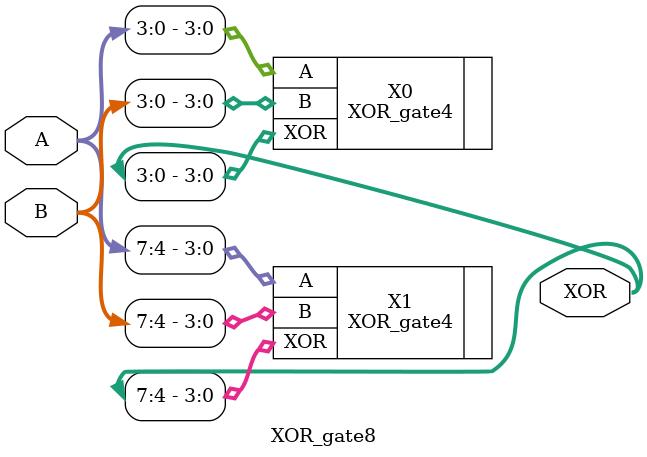
<source format=v>
`timescale 1ns / 1ps

module XOR_gate8(
input [7:0]A,
input [7:0]B,
output [7:0]XOR
    );
    
    XOR_gate4 X0(.A(A[3:0]),.B(B[3:0]),.XOR(XOR[3:0]));
    XOR_gate4 X1(.A(A[7:4]),.B(B[7:4]),.XOR(XOR[7:4]));
    
endmodule

</source>
